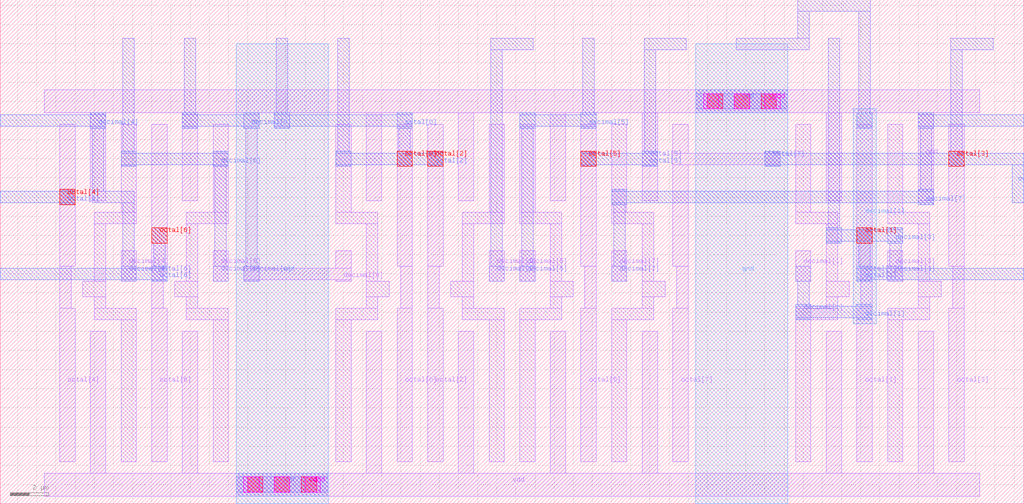
<source format=lef>
VERSION 5.7 ;
  NOWIREEXTENSIONATPIN ON ;
  DIVIDERCHAR "/" ;
  BUSBITCHARS "[]" ;
MACRO dec_to_bin
  CLASS BLOCK ;
  FOREIGN dec_to_bin ;
  ORIGIN 1.900 0.000 ;
  SIZE 53.400 BY 26.300 ;
  PIN vdd
    USE POWER ;
    PORT
      LAYER metal1 ;
        RECT 2.800 1.600 3.600 9.000 ;
        RECT 7.600 1.600 8.400 9.000 ;
        RECT 17.200 1.600 18.000 9.000 ;
        RECT 22.000 1.600 22.800 9.000 ;
        RECT 26.800 1.600 27.600 9.000 ;
        RECT 31.600 1.600 32.400 9.000 ;
        RECT 41.200 1.600 42.000 9.000 ;
        RECT 46.000 1.600 46.800 9.000 ;
        RECT 0.400 0.400 49.200 1.600 ;
      LAYER via1 ;
        RECT 11.000 0.600 11.800 1.400 ;
        RECT 12.400 0.600 13.200 1.400 ;
        RECT 13.800 0.600 14.600 1.400 ;
      LAYER metal2 ;
        RECT 10.400 0.600 15.200 1.400 ;
      LAYER via2 ;
        RECT 11.000 0.600 11.800 1.400 ;
        RECT 12.400 0.600 13.200 1.400 ;
        RECT 13.800 0.600 14.600 1.400 ;
      LAYER metal3 ;
        RECT 10.400 0.400 15.200 1.600 ;
      LAYER via3 ;
        RECT 10.800 0.600 11.600 1.400 ;
        RECT 12.400 0.600 13.200 1.400 ;
        RECT 14.000 0.600 14.800 1.400 ;
      LAYER metal4 ;
        RECT 10.400 0.000 15.200 24.000 ;
    END
  END vdd
  PIN gnd
    USE GROUND ;
    PORT
      LAYER metal1 ;
        RECT 0.400 20.400 49.200 21.600 ;
        RECT 2.800 15.800 3.600 20.400 ;
        RECT 7.600 15.800 8.400 20.400 ;
        RECT 17.200 15.800 18.000 20.400 ;
        RECT 22.000 15.800 22.800 20.400 ;
        RECT 26.800 15.800 27.600 20.400 ;
        RECT 31.600 15.800 32.400 20.400 ;
        RECT 41.200 15.800 42.000 20.400 ;
        RECT 46.000 15.800 46.800 20.400 ;
      LAYER via1 ;
        RECT 35.000 20.600 35.800 21.400 ;
        RECT 36.400 20.600 37.200 21.400 ;
        RECT 37.800 20.600 38.600 21.400 ;
      LAYER metal2 ;
        RECT 34.400 20.600 39.200 21.400 ;
      LAYER via2 ;
        RECT 35.000 20.600 35.800 21.400 ;
        RECT 36.400 20.600 37.200 21.400 ;
        RECT 37.800 20.600 38.600 21.400 ;
      LAYER metal3 ;
        RECT 34.400 20.400 39.200 21.600 ;
      LAYER via3 ;
        RECT 34.800 20.600 35.600 21.400 ;
        RECT 36.400 20.600 37.200 21.400 ;
        RECT 38.000 20.600 38.800 21.400 ;
      LAYER metal4 ;
        RECT 34.400 0.000 39.200 24.000 ;
    END
  END gnd
  PIN decimal[0]
    PORT
      LAYER metal1 ;
        RECT 10.800 12.300 11.600 12.400 ;
        RECT 15.600 12.300 16.400 13.200 ;
        RECT 10.800 11.700 16.400 12.300 ;
        RECT 10.800 11.600 11.600 11.700 ;
        RECT 15.600 11.600 16.400 11.700 ;
      LAYER metal2 ;
        RECT 7.700 20.400 8.300 24.300 ;
        RECT 7.600 19.600 8.400 20.400 ;
        RECT 10.800 19.600 11.600 20.400 ;
        RECT 10.900 12.400 11.500 19.600 ;
        RECT 10.800 11.600 11.600 12.400 ;
      LAYER metal3 ;
        RECT 7.600 20.300 8.400 20.400 ;
        RECT 10.800 20.300 11.600 20.400 ;
        RECT 7.600 19.700 11.600 20.300 ;
        RECT 7.600 19.600 8.400 19.700 ;
        RECT 10.800 19.600 11.600 19.700 ;
    END
  END decimal[0]
  PIN decimal[1]
    PORT
      LAYER metal1 ;
        RECT 39.600 11.600 40.400 13.200 ;
      LAYER metal2 ;
        RECT 39.700 25.700 43.500 26.300 ;
        RECT 39.700 24.300 40.300 25.700 ;
        RECT 36.500 23.700 40.300 24.300 ;
        RECT 42.900 20.400 43.500 25.700 ;
        RECT 42.800 19.600 43.600 20.400 ;
        RECT 39.600 11.600 40.400 12.400 ;
        RECT 39.700 10.400 40.300 11.600 ;
        RECT 39.600 9.600 40.400 10.400 ;
      LAYER metal3 ;
        RECT 42.800 19.600 43.600 20.400 ;
        RECT 39.600 10.300 40.400 10.400 ;
        RECT 42.800 10.300 43.600 10.400 ;
        RECT 39.600 9.700 43.600 10.300 ;
        RECT 39.600 9.600 40.400 9.700 ;
        RECT 42.800 9.600 43.600 9.700 ;
      LAYER metal4 ;
        RECT 42.600 9.400 43.800 20.600 ;
    END
  END decimal[1]
  PIN decimal[2]
    PORT
      LAYER metal1 ;
        RECT 23.600 11.600 24.400 13.200 ;
      LAYER metal2 ;
        RECT 23.700 23.700 25.900 24.300 ;
        RECT 23.700 12.400 24.300 23.700 ;
        RECT 23.600 11.600 24.400 12.400 ;
    END
  END decimal[2]
  PIN decimal[3]
    PORT
      LAYER metal1 ;
        RECT 44.400 11.600 45.200 13.200 ;
      LAYER metal2 ;
        RECT 41.300 14.400 41.900 24.300 ;
        RECT 41.200 13.600 42.000 14.400 ;
        RECT 44.400 13.600 45.200 14.400 ;
        RECT 44.500 12.400 45.100 13.600 ;
        RECT 44.400 11.600 45.200 12.400 ;
      LAYER metal3 ;
        RECT 41.200 14.300 42.000 14.400 ;
        RECT 44.400 14.300 45.200 14.400 ;
        RECT 41.200 13.700 45.200 14.300 ;
        RECT 41.200 13.600 42.000 13.700 ;
        RECT 44.400 13.600 45.200 13.700 ;
    END
  END decimal[3]
  PIN decimal[4]
    PORT
      LAYER metal1 ;
        RECT 4.400 11.600 5.200 13.200 ;
      LAYER metal2 ;
        RECT 2.800 19.600 3.600 20.400 ;
        RECT 2.900 16.300 3.500 19.600 ;
        RECT 2.900 15.700 5.100 16.300 ;
        RECT 4.500 12.400 5.100 15.700 ;
        RECT 4.400 11.600 5.200 12.400 ;
      LAYER metal3 ;
        RECT 2.800 20.300 3.600 20.400 ;
        RECT -1.900 19.700 3.600 20.300 ;
        RECT 2.800 19.600 3.600 19.700 ;
    END
  END decimal[4]
  PIN decimal[5]
    PORT
      LAYER metal1 ;
        RECT 25.200 11.600 26.000 13.200 ;
      LAYER metal2 ;
        RECT 28.500 20.400 29.100 24.300 ;
        RECT 25.200 19.600 26.000 20.400 ;
        RECT 28.400 19.600 29.200 20.400 ;
        RECT 25.300 12.400 25.900 19.600 ;
        RECT 25.200 11.600 26.000 12.400 ;
      LAYER metal3 ;
        RECT 25.200 20.300 26.000 20.400 ;
        RECT 28.400 20.300 29.200 20.400 ;
        RECT 25.200 19.700 29.200 20.300 ;
        RECT 25.200 19.600 26.000 19.700 ;
        RECT 28.400 19.600 29.200 19.700 ;
    END
  END decimal[5]
  PIN decimal[6]
    PORT
      LAYER metal1 ;
        RECT 9.200 11.600 10.000 13.200 ;
      LAYER metal2 ;
        RECT 4.500 18.400 5.100 24.300 ;
        RECT 4.400 17.600 5.200 18.400 ;
        RECT 9.200 17.600 10.000 18.400 ;
        RECT 9.300 12.400 9.900 17.600 ;
        RECT 9.200 11.600 10.000 12.400 ;
      LAYER metal3 ;
        RECT 4.400 18.300 5.200 18.400 ;
        RECT 9.200 18.300 10.000 18.400 ;
        RECT 4.400 17.700 10.000 18.300 ;
        RECT 4.400 17.600 5.200 17.700 ;
        RECT 9.200 17.600 10.000 17.700 ;
    END
  END decimal[6]
  PIN decimal[7]
    PORT
      LAYER metal1 ;
        RECT 30.000 11.600 30.800 13.200 ;
      LAYER metal2 ;
        RECT 46.000 19.600 46.800 20.400 ;
        RECT 46.100 16.400 46.700 19.600 ;
        RECT 30.000 15.600 30.800 16.400 ;
        RECT 46.000 15.600 46.800 16.400 ;
        RECT 30.100 12.400 30.700 15.600 ;
        RECT 30.000 11.600 30.800 12.400 ;
      LAYER metal3 ;
        RECT 46.000 20.300 46.800 20.400 ;
        RECT 46.000 19.700 51.500 20.300 ;
        RECT 46.000 19.600 46.800 19.700 ;
        RECT 30.000 16.300 30.800 16.400 ;
        RECT 46.000 16.300 46.800 16.400 ;
        RECT 30.000 15.700 46.800 16.300 ;
        RECT 30.000 15.600 30.800 15.700 ;
        RECT 46.000 15.600 46.800 15.700 ;
    END
  END decimal[7]
  PIN octal[0]
    PORT
      LAYER metal1 ;
        RECT 18.800 12.400 19.600 19.800 ;
        RECT 19.000 10.200 19.600 12.400 ;
        RECT 18.800 2.200 19.600 10.200 ;
      LAYER via1 ;
        RECT 18.800 17.600 19.600 18.400 ;
      LAYER metal2 ;
        RECT 12.500 20.400 13.100 24.300 ;
        RECT 12.400 19.600 13.200 20.400 ;
        RECT 18.800 19.600 19.600 20.400 ;
        RECT 18.900 18.400 19.500 19.600 ;
        RECT 18.800 17.600 19.600 18.400 ;
      LAYER metal3 ;
        RECT 12.400 20.300 13.200 20.400 ;
        RECT 18.800 20.300 19.600 20.400 ;
        RECT 12.400 19.700 19.600 20.300 ;
        RECT 12.400 19.600 13.200 19.700 ;
        RECT 18.800 19.600 19.600 19.700 ;
    END
  END octal[0]
  PIN octal[1]
    PORT
      LAYER metal1 ;
        RECT 42.800 12.400 43.600 19.800 ;
        RECT 43.000 10.200 43.600 12.400 ;
        RECT 42.800 2.200 43.600 10.200 ;
      LAYER via1 ;
        RECT 42.800 13.600 43.600 14.400 ;
      LAYER metal2 ;
        RECT 42.800 13.600 43.600 14.400 ;
        RECT 42.900 12.400 43.500 13.600 ;
        RECT 42.800 11.600 43.600 12.400 ;
      LAYER metal3 ;
        RECT 42.800 12.300 43.600 12.400 ;
        RECT 42.800 11.700 51.500 12.300 ;
        RECT 42.800 11.600 43.600 11.700 ;
    END
  END octal[1]
  PIN octal[2]
    PORT
      LAYER metal1 ;
        RECT 20.400 12.400 21.200 19.800 ;
        RECT 20.400 10.200 21.000 12.400 ;
        RECT 20.400 2.200 21.200 10.200 ;
      LAYER via1 ;
        RECT 20.400 17.600 21.200 18.400 ;
      LAYER metal2 ;
        RECT 15.700 18.400 16.300 24.300 ;
        RECT 15.600 17.600 16.400 18.400 ;
        RECT 20.400 17.600 21.200 18.400 ;
      LAYER metal3 ;
        RECT 15.600 18.300 16.400 18.400 ;
        RECT 20.400 18.300 21.200 18.400 ;
        RECT 15.600 17.700 21.200 18.300 ;
        RECT 15.600 17.600 16.400 17.700 ;
        RECT 20.400 17.600 21.200 17.700 ;
    END
  END octal[2]
  PIN octal[3]
    PORT
      LAYER metal1 ;
        RECT 47.600 12.400 48.400 19.800 ;
        RECT 47.800 10.200 48.400 12.400 ;
        RECT 47.600 2.200 48.400 10.200 ;
      LAYER via1 ;
        RECT 47.600 17.600 48.400 18.400 ;
      LAYER metal2 ;
        RECT 47.700 23.700 49.900 24.300 ;
        RECT 47.700 18.400 48.300 23.700 ;
        RECT 47.600 17.600 48.400 18.400 ;
    END
  END octal[3]
  PIN octal[4]
    PORT
      LAYER metal1 ;
        RECT 1.200 12.400 2.000 19.800 ;
        RECT 1.200 10.200 1.800 12.400 ;
        RECT 1.200 2.200 2.000 10.200 ;
      LAYER via1 ;
        RECT 1.200 15.600 2.000 16.400 ;
      LAYER metal2 ;
        RECT 1.200 15.600 2.000 16.400 ;
      LAYER metal3 ;
        RECT 1.200 16.300 2.000 16.400 ;
        RECT -1.900 15.700 2.000 16.300 ;
        RECT 1.200 15.600 2.000 15.700 ;
    END
  END octal[4]
  PIN octal[5]
    PORT
      LAYER metal1 ;
        RECT 28.400 12.400 29.200 19.800 ;
        RECT 28.600 10.200 29.200 12.400 ;
        RECT 28.400 2.200 29.200 10.200 ;
      LAYER via1 ;
        RECT 28.400 17.600 29.200 18.400 ;
      LAYER metal2 ;
        RECT 31.700 23.700 33.900 24.300 ;
        RECT 31.700 18.400 32.300 23.700 ;
        RECT 28.400 17.600 29.200 18.400 ;
        RECT 31.600 17.600 32.400 18.400 ;
      LAYER metal3 ;
        RECT 28.400 18.300 29.200 18.400 ;
        RECT 31.600 18.300 32.400 18.400 ;
        RECT 28.400 17.700 32.400 18.300 ;
        RECT 28.400 17.600 29.200 17.700 ;
        RECT 31.600 17.600 32.400 17.700 ;
    END
  END octal[5]
  PIN octal[6]
    PORT
      LAYER metal1 ;
        RECT 6.000 12.400 6.800 19.800 ;
        RECT 6.000 10.200 6.600 12.400 ;
        RECT 6.000 2.200 6.800 10.200 ;
      LAYER via1 ;
        RECT 6.000 13.600 6.800 14.400 ;
      LAYER metal2 ;
        RECT 6.000 13.600 6.800 14.400 ;
        RECT 6.100 12.400 6.700 13.600 ;
        RECT 6.000 11.600 6.800 12.400 ;
      LAYER metal3 ;
        RECT 6.000 12.300 6.800 12.400 ;
        RECT -1.900 11.700 6.800 12.300 ;
        RECT 6.000 11.600 6.800 11.700 ;
    END
  END octal[6]
  PIN octal[7]
    PORT
      LAYER metal1 ;
        RECT 33.200 18.300 34.000 19.800 ;
        RECT 38.000 18.300 38.800 18.400 ;
        RECT 33.200 17.700 38.800 18.300 ;
        RECT 33.200 12.400 34.000 17.700 ;
        RECT 38.000 17.600 38.800 17.700 ;
        RECT 33.400 10.200 34.000 12.400 ;
        RECT 33.200 2.200 34.000 10.200 ;
      LAYER metal2 ;
        RECT 38.000 17.600 38.800 18.400 ;
      LAYER metal3 ;
        RECT 38.000 18.300 38.800 18.400 ;
        RECT 38.000 17.700 51.500 18.300 ;
        RECT 38.000 17.600 38.800 17.700 ;
        RECT 50.900 15.700 51.500 17.700 ;
    END
  END octal[7]
  OBS
      LAYER metal1 ;
        RECT 4.400 15.200 5.200 19.800 ;
        RECT 9.200 15.200 10.000 19.800 ;
        RECT 3.000 14.600 5.200 15.200 ;
        RECT 7.800 14.600 10.000 15.200 ;
        RECT 15.600 15.200 16.400 19.800 ;
        RECT 23.600 15.200 24.400 19.800 ;
        RECT 15.600 14.600 17.800 15.200 ;
        RECT 3.000 11.600 3.600 14.600 ;
        RECT 7.800 11.600 8.400 14.600 ;
        RECT 2.400 10.800 3.600 11.600 ;
        RECT 7.200 10.800 8.400 11.600 ;
        RECT 3.000 10.200 3.600 10.800 ;
        RECT 7.800 10.200 8.400 10.800 ;
        RECT 17.200 11.600 17.800 14.600 ;
        RECT 22.200 14.600 24.400 15.200 ;
        RECT 25.200 15.200 26.000 19.800 ;
        RECT 30.000 15.200 30.800 19.800 ;
        RECT 39.600 15.200 40.400 19.800 ;
        RECT 44.400 15.200 45.200 19.800 ;
        RECT 25.200 14.600 27.400 15.200 ;
        RECT 30.000 14.600 32.200 15.200 ;
        RECT 39.600 14.600 41.800 15.200 ;
        RECT 44.400 14.600 46.600 15.200 ;
        RECT 22.200 11.600 22.800 14.600 ;
        RECT 17.200 10.800 18.400 11.600 ;
        RECT 21.600 10.800 22.800 11.600 ;
        RECT 17.200 10.200 17.800 10.800 ;
        RECT 3.000 9.600 5.200 10.200 ;
        RECT 7.800 9.600 10.000 10.200 ;
        RECT 4.400 2.200 5.200 9.600 ;
        RECT 9.200 2.200 10.000 9.600 ;
        RECT 15.600 9.600 17.800 10.200 ;
        RECT 22.200 10.200 22.800 10.800 ;
        RECT 26.800 11.600 27.400 14.600 ;
        RECT 31.600 11.600 32.200 14.600 ;
        RECT 41.200 11.600 41.800 14.600 ;
        RECT 46.000 11.600 46.600 14.600 ;
        RECT 26.800 10.800 28.000 11.600 ;
        RECT 31.600 10.800 32.800 11.600 ;
        RECT 41.200 10.800 42.400 11.600 ;
        RECT 46.000 10.800 47.200 11.600 ;
        RECT 26.800 10.200 27.400 10.800 ;
        RECT 31.600 10.200 32.200 10.800 ;
        RECT 41.200 10.200 41.800 10.800 ;
        RECT 46.000 10.200 46.600 10.800 ;
        RECT 22.200 9.600 24.400 10.200 ;
        RECT 15.600 2.200 16.400 9.600 ;
        RECT 23.600 2.200 24.400 9.600 ;
        RECT 25.200 9.600 27.400 10.200 ;
        RECT 30.000 9.600 32.200 10.200 ;
        RECT 39.600 9.600 41.800 10.200 ;
        RECT 44.400 9.600 46.600 10.200 ;
        RECT 25.200 2.200 26.000 9.600 ;
        RECT 30.000 2.200 30.800 9.600 ;
        RECT 39.600 2.200 40.400 9.600 ;
        RECT 44.400 2.200 45.200 9.600 ;
  END
END dec_to_bin
END LIBRARY


</source>
